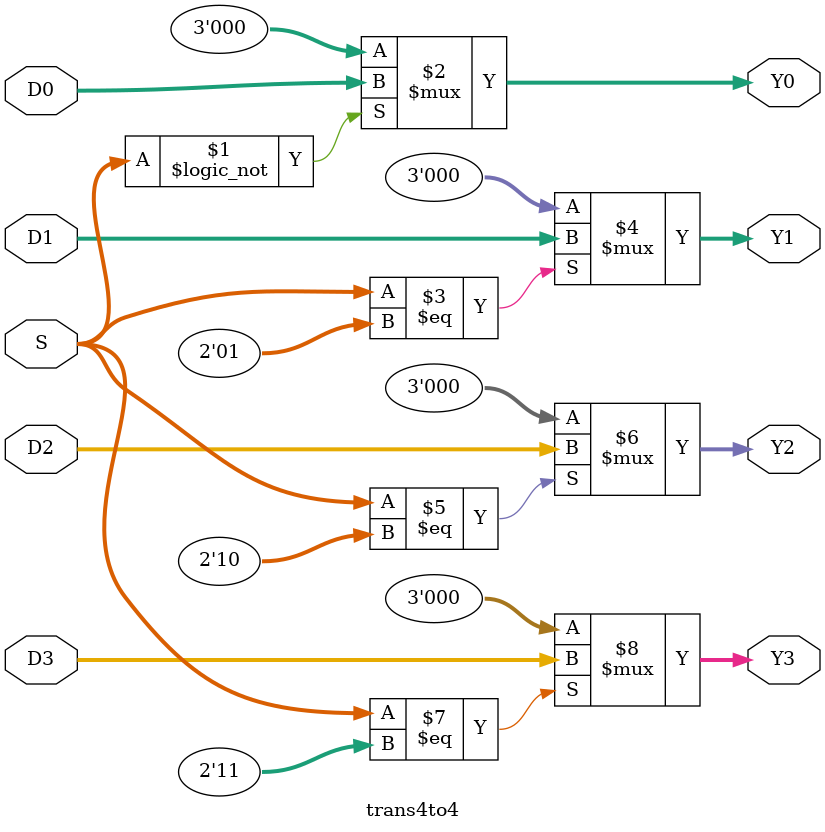
<source format=v>
`timescale 1ns / 1ps


module trans4to4(
    output  [2:0] Y0,Y1,Y2,Y3,
    input   [2:0] D0,D1,D2,D3,
    input   [1:0] S
); 
// add your code here
assign Y0 = (S == 2'b00) ? (D0) : (3'b000);
assign Y1 = (S == 2'b01) ? (D1) : (3'b000);
assign Y2 = (S == 2'b10) ? (D2) : (3'b000);
assign Y3 = (S == 2'b11) ? (D3) : (3'b000);
 
endmodule

</source>
